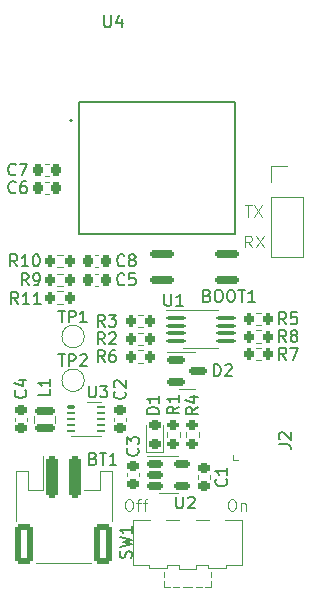
<source format=gto>
%TF.GenerationSoftware,KiCad,Pcbnew,(6.0.1)*%
%TF.CreationDate,2022-03-11T00:25:21+11:00*%
%TF.ProjectId,WiFiTracingTag,57694669-5472-4616-9369-6e675461672e,rev?*%
%TF.SameCoordinates,PX66ff300PY791ddc0*%
%TF.FileFunction,Legend,Top*%
%TF.FilePolarity,Positive*%
%FSLAX46Y46*%
G04 Gerber Fmt 4.6, Leading zero omitted, Abs format (unit mm)*
G04 Created by KiCad (PCBNEW (6.0.1)) date 2022-03-11 00:25:21*
%MOMM*%
%LPD*%
G01*
G04 APERTURE LIST*
G04 Aperture macros list*
%AMRoundRect*
0 Rectangle with rounded corners*
0 $1 Rounding radius*
0 $2 $3 $4 $5 $6 $7 $8 $9 X,Y pos of 4 corners*
0 Add a 4 corners polygon primitive as box body*
4,1,4,$2,$3,$4,$5,$6,$7,$8,$9,$2,$3,0*
0 Add four circle primitives for the rounded corners*
1,1,$1+$1,$2,$3*
1,1,$1+$1,$4,$5*
1,1,$1+$1,$6,$7*
1,1,$1+$1,$8,$9*
0 Add four rect primitives between the rounded corners*
20,1,$1+$1,$2,$3,$4,$5,0*
20,1,$1+$1,$4,$5,$6,$7,0*
20,1,$1+$1,$6,$7,$8,$9,0*
20,1,$1+$1,$8,$9,$2,$3,0*%
G04 Aperture macros list end*
%ADD10C,0.100000*%
%ADD11C,0.150000*%
%ADD12C,0.127000*%
%ADD13C,0.200000*%
%ADD14C,0.120000*%
%ADD15C,0.010000*%
%ADD16R,0.800000X0.400000*%
%ADD17R,0.400000X0.800000*%
%ADD18R,1.450000X1.450000*%
%ADD19R,0.700000X0.700000*%
%ADD20RoundRect,0.200000X-0.200000X-0.275000X0.200000X-0.275000X0.200000X0.275000X-0.200000X0.275000X0*%
%ADD21RoundRect,0.225000X0.250000X-0.225000X0.250000X0.225000X-0.250000X0.225000X-0.250000X-0.225000X0*%
%ADD22RoundRect,0.225000X0.225000X0.250000X-0.225000X0.250000X-0.225000X-0.250000X0.225000X-0.250000X0*%
%ADD23C,1.500000*%
%ADD24C,0.800000*%
%ADD25R,1.750000X0.400000*%
%ADD26O,1.900000X1.250000*%
%ADD27O,1.400000X1.250000*%
%ADD28RoundRect,0.175000X-0.675000X0.175000X-0.675000X-0.175000X0.675000X-0.175000X0.675000X0.175000X0*%
%ADD29RoundRect,0.150000X-0.512500X-0.150000X0.512500X-0.150000X0.512500X0.150000X-0.512500X0.150000X0*%
%ADD30RoundRect,0.150000X-0.587500X-0.150000X0.587500X-0.150000X0.587500X0.150000X-0.587500X0.150000X0*%
%ADD31RoundRect,0.200000X0.200000X0.275000X-0.200000X0.275000X-0.200000X-0.275000X0.200000X-0.275000X0*%
%ADD32RoundRect,0.225000X-0.225000X-0.250000X0.225000X-0.250000X0.225000X0.250000X-0.225000X0.250000X0*%
%ADD33C,0.900000*%
%ADD34R,1.200000X1.500000*%
%ADD35R,1.250000X1.700000*%
%ADD36R,1.250000X1.500000*%
%ADD37R,1.250000X1.525000*%
%ADD38R,1.225000X1.725000*%
%ADD39R,1.700000X1.700000*%
%ADD40O,1.700000X1.700000*%
%ADD41RoundRect,0.100000X-0.712500X-0.100000X0.712500X-0.100000X0.712500X0.100000X-0.712500X0.100000X0*%
%ADD42RoundRect,0.225000X-0.250000X0.225000X-0.250000X-0.225000X0.250000X-0.225000X0.250000X0.225000X0*%
%ADD43C,2.200000*%
%ADD44RoundRect,0.218750X0.256250X-0.218750X0.256250X0.218750X-0.256250X0.218750X-0.256250X-0.218750X0*%
%ADD45RoundRect,0.200000X0.275000X-0.200000X0.275000X0.200000X-0.275000X0.200000X-0.275000X-0.200000X0*%
%ADD46RoundRect,0.175000X-0.825000X-0.175000X0.825000X-0.175000X0.825000X0.175000X-0.825000X0.175000X0*%
%ADD47RoundRect,0.200000X-0.275000X0.200000X-0.275000X-0.200000X0.275000X-0.200000X0.275000X0.200000X0*%
%ADD48RoundRect,0.250000X-0.250000X-1.500000X0.250000X-1.500000X0.250000X1.500000X-0.250000X1.500000X0*%
%ADD49RoundRect,0.250001X-0.499999X-1.449999X0.499999X-1.449999X0.499999X1.449999X-0.499999X1.449999X0*%
%ADD50RoundRect,0.075000X-0.225000X0.075000X-0.225000X-0.075000X0.225000X-0.075000X0.225000X0.075000X0*%
%ADD51RoundRect,0.050000X-0.250000X0.050000X-0.250000X-0.050000X0.250000X-0.050000X0.250000X0.050000X0*%
%ADD52R,1.500000X2.300000*%
G04 APERTURE END LIST*
D10*
X21033333Y27547620D02*
X20700000Y28023810D01*
X20461904Y27547620D02*
X20461904Y28547620D01*
X20842857Y28547620D01*
X20938095Y28500000D01*
X20985714Y28452381D01*
X21033333Y28357143D01*
X21033333Y28214286D01*
X20985714Y28119048D01*
X20938095Y28071429D01*
X20842857Y28023810D01*
X20461904Y28023810D01*
X21366666Y28547620D02*
X22033333Y27547620D01*
X22033333Y28547620D02*
X21366666Y27547620D01*
X10533333Y6247620D02*
X10723809Y6247620D01*
X10819047Y6200000D01*
X10914285Y6104762D01*
X10961904Y5914286D01*
X10961904Y5580953D01*
X10914285Y5390477D01*
X10819047Y5295239D01*
X10723809Y5247620D01*
X10533333Y5247620D01*
X10438095Y5295239D01*
X10342857Y5390477D01*
X10295238Y5580953D01*
X10295238Y5914286D01*
X10342857Y6104762D01*
X10438095Y6200000D01*
X10533333Y6247620D01*
X11247619Y5914286D02*
X11628571Y5914286D01*
X11390476Y5247620D02*
X11390476Y6104762D01*
X11438095Y6200000D01*
X11533333Y6247620D01*
X11628571Y6247620D01*
X11819047Y5914286D02*
X12200000Y5914286D01*
X11961904Y5247620D02*
X11961904Y6104762D01*
X12009523Y6200000D01*
X12104761Y6247620D01*
X12200000Y6247620D01*
X20438095Y31147620D02*
X21009523Y31147620D01*
X20723809Y30147620D02*
X20723809Y31147620D01*
X21247619Y31147620D02*
X21914285Y30147620D01*
X21914285Y31147620D02*
X21247619Y30147620D01*
X19252380Y6247620D02*
X19442857Y6247620D01*
X19538095Y6200000D01*
X19633333Y6104762D01*
X19680952Y5914286D01*
X19680952Y5580953D01*
X19633333Y5390477D01*
X19538095Y5295239D01*
X19442857Y5247620D01*
X19252380Y5247620D01*
X19157142Y5295239D01*
X19061904Y5390477D01*
X19014285Y5580953D01*
X19014285Y5914286D01*
X19061904Y6104762D01*
X19157142Y6200000D01*
X19252380Y6247620D01*
X20109523Y5914286D02*
X20109523Y5247620D01*
X20109523Y5819048D02*
X20157142Y5866667D01*
X20252380Y5914286D01*
X20395238Y5914286D01*
X20490476Y5866667D01*
X20538095Y5771429D01*
X20538095Y5247620D01*
D11*
%TO.C,U4*%
X8538095Y47182620D02*
X8538095Y46373096D01*
X8585714Y46277858D01*
X8633333Y46230239D01*
X8728571Y46182620D01*
X8919047Y46182620D01*
X9014285Y46230239D01*
X9061904Y46277858D01*
X9109523Y46373096D01*
X9109523Y47182620D01*
X10014285Y46849286D02*
X10014285Y46182620D01*
X9776190Y47230239D02*
X9538095Y46515953D01*
X10157142Y46515953D01*
%TO.C,R2*%
X8573333Y19347620D02*
X8240000Y19823810D01*
X8001904Y19347620D02*
X8001904Y20347620D01*
X8382857Y20347620D01*
X8478095Y20300000D01*
X8525714Y20252381D01*
X8573333Y20157143D01*
X8573333Y20014286D01*
X8525714Y19919048D01*
X8478095Y19871429D01*
X8382857Y19823810D01*
X8001904Y19823810D01*
X8954285Y20252381D02*
X9001904Y20300000D01*
X9097142Y20347620D01*
X9335238Y20347620D01*
X9430476Y20300000D01*
X9478095Y20252381D01*
X9525714Y20157143D01*
X9525714Y20061905D01*
X9478095Y19919048D01*
X8906666Y19347620D01*
X9525714Y19347620D01*
%TO.C,C3*%
X11357142Y10533334D02*
X11404761Y10485715D01*
X11452380Y10342858D01*
X11452380Y10247620D01*
X11404761Y10104762D01*
X11309523Y10009524D01*
X11214285Y9961905D01*
X11023809Y9914286D01*
X10880952Y9914286D01*
X10690476Y9961905D01*
X10595238Y10009524D01*
X10500000Y10104762D01*
X10452380Y10247620D01*
X10452380Y10342858D01*
X10500000Y10485715D01*
X10547619Y10533334D01*
X10452380Y10866667D02*
X10452380Y11485715D01*
X10833333Y11152381D01*
X10833333Y11295239D01*
X10880952Y11390477D01*
X10928571Y11438096D01*
X11023809Y11485715D01*
X11261904Y11485715D01*
X11357142Y11438096D01*
X11404761Y11390477D01*
X11452380Y11295239D01*
X11452380Y11009524D01*
X11404761Y10914286D01*
X11357142Y10866667D01*
%TO.C,C6*%
X1033333Y32242858D02*
X985714Y32195239D01*
X842857Y32147620D01*
X747619Y32147620D01*
X604761Y32195239D01*
X509523Y32290477D01*
X461904Y32385715D01*
X414285Y32576191D01*
X414285Y32719048D01*
X461904Y32909524D01*
X509523Y33004762D01*
X604761Y33100000D01*
X747619Y33147620D01*
X842857Y33147620D01*
X985714Y33100000D01*
X1033333Y33052381D01*
X1890476Y33147620D02*
X1700000Y33147620D01*
X1604761Y33100000D01*
X1557142Y33052381D01*
X1461904Y32909524D01*
X1414285Y32719048D01*
X1414285Y32338096D01*
X1461904Y32242858D01*
X1509523Y32195239D01*
X1604761Y32147620D01*
X1795238Y32147620D01*
X1890476Y32195239D01*
X1938095Y32242858D01*
X1985714Y32338096D01*
X1985714Y32576191D01*
X1938095Y32671429D01*
X1890476Y32719048D01*
X1795238Y32766667D01*
X1604761Y32766667D01*
X1509523Y32719048D01*
X1461904Y32671429D01*
X1414285Y32576191D01*
%TO.C,TP1*%
X4638095Y22195620D02*
X5209523Y22195620D01*
X4923809Y21195620D02*
X4923809Y22195620D01*
X5542857Y21195620D02*
X5542857Y22195620D01*
X5923809Y22195620D01*
X6019047Y22148000D01*
X6066666Y22100381D01*
X6114285Y22005143D01*
X6114285Y21862286D01*
X6066666Y21767048D01*
X6019047Y21719429D01*
X5923809Y21671810D01*
X5542857Y21671810D01*
X7066666Y21195620D02*
X6495238Y21195620D01*
X6780952Y21195620D02*
X6780952Y22195620D01*
X6685714Y22052762D01*
X6590476Y21957524D01*
X6495238Y21909905D01*
%TO.C,J2*%
X23319880Y10891667D02*
X24034166Y10891667D01*
X24177023Y10844048D01*
X24272261Y10748810D01*
X24319880Y10605953D01*
X24319880Y10510715D01*
X23415119Y11320239D02*
X23367500Y11367858D01*
X23319880Y11463096D01*
X23319880Y11701191D01*
X23367500Y11796429D01*
X23415119Y11844048D01*
X23510357Y11891667D01*
X23605595Y11891667D01*
X23748452Y11844048D01*
X24319880Y11272620D01*
X24319880Y11891667D01*
%TO.C,C1*%
X18857142Y7933334D02*
X18904761Y7885715D01*
X18952380Y7742858D01*
X18952380Y7647620D01*
X18904761Y7504762D01*
X18809523Y7409524D01*
X18714285Y7361905D01*
X18523809Y7314286D01*
X18380952Y7314286D01*
X18190476Y7361905D01*
X18095238Y7409524D01*
X18000000Y7504762D01*
X17952380Y7647620D01*
X17952380Y7742858D01*
X18000000Y7885715D01*
X18047619Y7933334D01*
X18952380Y8885715D02*
X18952380Y8314286D01*
X18952380Y8600000D02*
X17952380Y8600000D01*
X18095238Y8504762D01*
X18190476Y8409524D01*
X18238095Y8314286D01*
%TO.C,L1*%
X3952380Y15533334D02*
X3952380Y15057143D01*
X2952380Y15057143D01*
X3952380Y16390477D02*
X3952380Y15819048D01*
X3952380Y16104762D02*
X2952380Y16104762D01*
X3095238Y16009524D01*
X3190476Y15914286D01*
X3238095Y15819048D01*
%TO.C,U2*%
X14638095Y6447620D02*
X14638095Y5638096D01*
X14685714Y5542858D01*
X14733333Y5495239D01*
X14828571Y5447620D01*
X15019047Y5447620D01*
X15114285Y5495239D01*
X15161904Y5542858D01*
X15209523Y5638096D01*
X15209523Y6447620D01*
X15638095Y6352381D02*
X15685714Y6400000D01*
X15780952Y6447620D01*
X16019047Y6447620D01*
X16114285Y6400000D01*
X16161904Y6352381D01*
X16209523Y6257143D01*
X16209523Y6161905D01*
X16161904Y6019048D01*
X15590476Y5447620D01*
X16209523Y5447620D01*
%TO.C,D2*%
X17821904Y16647620D02*
X17821904Y17647620D01*
X18060000Y17647620D01*
X18202857Y17600000D01*
X18298095Y17504762D01*
X18345714Y17409524D01*
X18393333Y17219048D01*
X18393333Y17076191D01*
X18345714Y16885715D01*
X18298095Y16790477D01*
X18202857Y16695239D01*
X18060000Y16647620D01*
X17821904Y16647620D01*
X18774285Y17552381D02*
X18821904Y17600000D01*
X18917142Y17647620D01*
X19155238Y17647620D01*
X19250476Y17600000D01*
X19298095Y17552381D01*
X19345714Y17457143D01*
X19345714Y17361905D01*
X19298095Y17219048D01*
X18726666Y16647620D01*
X19345714Y16647620D01*
%TO.C,R6*%
X8573333Y17847620D02*
X8240000Y18323810D01*
X8001904Y17847620D02*
X8001904Y18847620D01*
X8382857Y18847620D01*
X8478095Y18800000D01*
X8525714Y18752381D01*
X8573333Y18657143D01*
X8573333Y18514286D01*
X8525714Y18419048D01*
X8478095Y18371429D01*
X8382857Y18323810D01*
X8001904Y18323810D01*
X9430476Y18847620D02*
X9240000Y18847620D01*
X9144761Y18800000D01*
X9097142Y18752381D01*
X9001904Y18609524D01*
X8954285Y18419048D01*
X8954285Y18038096D01*
X9001904Y17942858D01*
X9049523Y17895239D01*
X9144761Y17847620D01*
X9335238Y17847620D01*
X9430476Y17895239D01*
X9478095Y17942858D01*
X9525714Y18038096D01*
X9525714Y18276191D01*
X9478095Y18371429D01*
X9430476Y18419048D01*
X9335238Y18466667D01*
X9144761Y18466667D01*
X9049523Y18419048D01*
X9001904Y18371429D01*
X8954285Y18276191D01*
%TO.C,C5*%
X10233333Y24442858D02*
X10185714Y24395239D01*
X10042857Y24347620D01*
X9947619Y24347620D01*
X9804761Y24395239D01*
X9709523Y24490477D01*
X9661904Y24585715D01*
X9614285Y24776191D01*
X9614285Y24919048D01*
X9661904Y25109524D01*
X9709523Y25204762D01*
X9804761Y25300000D01*
X9947619Y25347620D01*
X10042857Y25347620D01*
X10185714Y25300000D01*
X10233333Y25252381D01*
X11138095Y25347620D02*
X10661904Y25347620D01*
X10614285Y24871429D01*
X10661904Y24919048D01*
X10757142Y24966667D01*
X10995238Y24966667D01*
X11090476Y24919048D01*
X11138095Y24871429D01*
X11185714Y24776191D01*
X11185714Y24538096D01*
X11138095Y24442858D01*
X11090476Y24395239D01*
X10995238Y24347620D01*
X10757142Y24347620D01*
X10661904Y24395239D01*
X10614285Y24442858D01*
%TO.C,SW1*%
X10804761Y1266667D02*
X10852380Y1409524D01*
X10852380Y1647620D01*
X10804761Y1742858D01*
X10757142Y1790477D01*
X10661904Y1838096D01*
X10566666Y1838096D01*
X10471428Y1790477D01*
X10423809Y1742858D01*
X10376190Y1647620D01*
X10328571Y1457143D01*
X10280952Y1361905D01*
X10233333Y1314286D01*
X10138095Y1266667D01*
X10042857Y1266667D01*
X9947619Y1314286D01*
X9900000Y1361905D01*
X9852380Y1457143D01*
X9852380Y1695239D01*
X9900000Y1838096D01*
X9852380Y2171429D02*
X10852380Y2409524D01*
X10138095Y2600000D01*
X10852380Y2790477D01*
X9852380Y3028572D01*
X10852380Y3933334D02*
X10852380Y3361905D01*
X10852380Y3647620D02*
X9852380Y3647620D01*
X9995238Y3552381D01*
X10090476Y3457143D01*
X10138095Y3361905D01*
%TO.C,R9*%
X2133333Y24347620D02*
X1800000Y24823810D01*
X1561904Y24347620D02*
X1561904Y25347620D01*
X1942857Y25347620D01*
X2038095Y25300000D01*
X2085714Y25252381D01*
X2133333Y25157143D01*
X2133333Y25014286D01*
X2085714Y24919048D01*
X2038095Y24871429D01*
X1942857Y24823810D01*
X1561904Y24823810D01*
X2609523Y24347620D02*
X2800000Y24347620D01*
X2895238Y24395239D01*
X2942857Y24442858D01*
X3038095Y24585715D01*
X3085714Y24776191D01*
X3085714Y25157143D01*
X3038095Y25252381D01*
X2990476Y25300000D01*
X2895238Y25347620D01*
X2704761Y25347620D01*
X2609523Y25300000D01*
X2561904Y25252381D01*
X2514285Y25157143D01*
X2514285Y24919048D01*
X2561904Y24823810D01*
X2609523Y24776191D01*
X2704761Y24728572D01*
X2895238Y24728572D01*
X2990476Y24776191D01*
X3038095Y24823810D01*
X3085714Y24919048D01*
%TO.C,U1*%
X13638095Y23597620D02*
X13638095Y22788096D01*
X13685714Y22692858D01*
X13733333Y22645239D01*
X13828571Y22597620D01*
X14019047Y22597620D01*
X14114285Y22645239D01*
X14161904Y22692858D01*
X14209523Y22788096D01*
X14209523Y23597620D01*
X15209523Y22597620D02*
X14638095Y22597620D01*
X14923809Y22597620D02*
X14923809Y23597620D01*
X14828571Y23454762D01*
X14733333Y23359524D01*
X14638095Y23311905D01*
%TO.C,C4*%
X1857142Y15433334D02*
X1904761Y15385715D01*
X1952380Y15242858D01*
X1952380Y15147620D01*
X1904761Y15004762D01*
X1809523Y14909524D01*
X1714285Y14861905D01*
X1523809Y14814286D01*
X1380952Y14814286D01*
X1190476Y14861905D01*
X1095238Y14909524D01*
X1000000Y15004762D01*
X952380Y15147620D01*
X952380Y15242858D01*
X1000000Y15385715D01*
X1047619Y15433334D01*
X1285714Y16290477D02*
X1952380Y16290477D01*
X904761Y16052381D02*
X1619047Y15814286D01*
X1619047Y16433334D01*
%TO.C,R11*%
X1257142Y22747620D02*
X923809Y23223810D01*
X685714Y22747620D02*
X685714Y23747620D01*
X1066666Y23747620D01*
X1161904Y23700000D01*
X1209523Y23652381D01*
X1257142Y23557143D01*
X1257142Y23414286D01*
X1209523Y23319048D01*
X1161904Y23271429D01*
X1066666Y23223810D01*
X685714Y23223810D01*
X2209523Y22747620D02*
X1638095Y22747620D01*
X1923809Y22747620D02*
X1923809Y23747620D01*
X1828571Y23604762D01*
X1733333Y23509524D01*
X1638095Y23461905D01*
X3161904Y22747620D02*
X2590476Y22747620D01*
X2876190Y22747620D02*
X2876190Y23747620D01*
X2780952Y23604762D01*
X2685714Y23509524D01*
X2590476Y23461905D01*
%TO.C,C8*%
X10233333Y26042858D02*
X10185714Y25995239D01*
X10042857Y25947620D01*
X9947619Y25947620D01*
X9804761Y25995239D01*
X9709523Y26090477D01*
X9661904Y26185715D01*
X9614285Y26376191D01*
X9614285Y26519048D01*
X9661904Y26709524D01*
X9709523Y26804762D01*
X9804761Y26900000D01*
X9947619Y26947620D01*
X10042857Y26947620D01*
X10185714Y26900000D01*
X10233333Y26852381D01*
X10804761Y26519048D02*
X10709523Y26566667D01*
X10661904Y26614286D01*
X10614285Y26709524D01*
X10614285Y26757143D01*
X10661904Y26852381D01*
X10709523Y26900000D01*
X10804761Y26947620D01*
X10995238Y26947620D01*
X11090476Y26900000D01*
X11138095Y26852381D01*
X11185714Y26757143D01*
X11185714Y26709524D01*
X11138095Y26614286D01*
X11090476Y26566667D01*
X10995238Y26519048D01*
X10804761Y26519048D01*
X10709523Y26471429D01*
X10661904Y26423810D01*
X10614285Y26328572D01*
X10614285Y26138096D01*
X10661904Y26042858D01*
X10709523Y25995239D01*
X10804761Y25947620D01*
X10995238Y25947620D01*
X11090476Y25995239D01*
X11138095Y26042858D01*
X11185714Y26138096D01*
X11185714Y26328572D01*
X11138095Y26423810D01*
X11090476Y26471429D01*
X10995238Y26519048D01*
%TO.C,R5*%
X23933333Y21047620D02*
X23600000Y21523810D01*
X23361904Y21047620D02*
X23361904Y22047620D01*
X23742857Y22047620D01*
X23838095Y22000000D01*
X23885714Y21952381D01*
X23933333Y21857143D01*
X23933333Y21714286D01*
X23885714Y21619048D01*
X23838095Y21571429D01*
X23742857Y21523810D01*
X23361904Y21523810D01*
X24838095Y22047620D02*
X24361904Y22047620D01*
X24314285Y21571429D01*
X24361904Y21619048D01*
X24457142Y21666667D01*
X24695238Y21666667D01*
X24790476Y21619048D01*
X24838095Y21571429D01*
X24885714Y21476191D01*
X24885714Y21238096D01*
X24838095Y21142858D01*
X24790476Y21095239D01*
X24695238Y21047620D01*
X24457142Y21047620D01*
X24361904Y21095239D01*
X24314285Y21142858D01*
%TO.C,D1*%
X13152380Y13461905D02*
X12152380Y13461905D01*
X12152380Y13700000D01*
X12200000Y13842858D01*
X12295238Y13938096D01*
X12390476Y13985715D01*
X12580952Y14033334D01*
X12723809Y14033334D01*
X12914285Y13985715D01*
X13009523Y13938096D01*
X13104761Y13842858D01*
X13152380Y13700000D01*
X13152380Y13461905D01*
X13152380Y14985715D02*
X13152380Y14414286D01*
X13152380Y14700000D02*
X12152380Y14700000D01*
X12295238Y14604762D01*
X12390476Y14509524D01*
X12438095Y14414286D01*
%TO.C,R4*%
X16452380Y14033334D02*
X15976190Y13700000D01*
X16452380Y13461905D02*
X15452380Y13461905D01*
X15452380Y13842858D01*
X15500000Y13938096D01*
X15547619Y13985715D01*
X15642857Y14033334D01*
X15785714Y14033334D01*
X15880952Y13985715D01*
X15928571Y13938096D01*
X15976190Y13842858D01*
X15976190Y13461905D01*
X15785714Y14890477D02*
X16452380Y14890477D01*
X15404761Y14652381D02*
X16119047Y14414286D01*
X16119047Y15033334D01*
%TO.C,BOOT1*%
X17266666Y23471429D02*
X17409523Y23423810D01*
X17457142Y23376191D01*
X17504761Y23280953D01*
X17504761Y23138096D01*
X17457142Y23042858D01*
X17409523Y22995239D01*
X17314285Y22947620D01*
X16933333Y22947620D01*
X16933333Y23947620D01*
X17266666Y23947620D01*
X17361904Y23900000D01*
X17409523Y23852381D01*
X17457142Y23757143D01*
X17457142Y23661905D01*
X17409523Y23566667D01*
X17361904Y23519048D01*
X17266666Y23471429D01*
X16933333Y23471429D01*
X18123809Y23947620D02*
X18314285Y23947620D01*
X18409523Y23900000D01*
X18504761Y23804762D01*
X18552380Y23614286D01*
X18552380Y23280953D01*
X18504761Y23090477D01*
X18409523Y22995239D01*
X18314285Y22947620D01*
X18123809Y22947620D01*
X18028571Y22995239D01*
X17933333Y23090477D01*
X17885714Y23280953D01*
X17885714Y23614286D01*
X17933333Y23804762D01*
X18028571Y23900000D01*
X18123809Y23947620D01*
X19171428Y23947620D02*
X19361904Y23947620D01*
X19457142Y23900000D01*
X19552380Y23804762D01*
X19600000Y23614286D01*
X19600000Y23280953D01*
X19552380Y23090477D01*
X19457142Y22995239D01*
X19361904Y22947620D01*
X19171428Y22947620D01*
X19076190Y22995239D01*
X18980952Y23090477D01*
X18933333Y23280953D01*
X18933333Y23614286D01*
X18980952Y23804762D01*
X19076190Y23900000D01*
X19171428Y23947620D01*
X19885714Y23947620D02*
X20457142Y23947620D01*
X20171428Y22947620D02*
X20171428Y23947620D01*
X21314285Y22947620D02*
X20742857Y22947620D01*
X21028571Y22947620D02*
X21028571Y23947620D01*
X20933333Y23804762D01*
X20838095Y23709524D01*
X20742857Y23661905D01*
%TO.C,R1*%
X14852380Y14073334D02*
X14376190Y13740000D01*
X14852380Y13501905D02*
X13852380Y13501905D01*
X13852380Y13882858D01*
X13900000Y13978096D01*
X13947619Y14025715D01*
X14042857Y14073334D01*
X14185714Y14073334D01*
X14280952Y14025715D01*
X14328571Y13978096D01*
X14376190Y13882858D01*
X14376190Y13501905D01*
X14852380Y15025715D02*
X14852380Y14454286D01*
X14852380Y14740000D02*
X13852380Y14740000D01*
X13995238Y14644762D01*
X14090476Y14549524D01*
X14138095Y14454286D01*
%TO.C,R7*%
X23933333Y18047620D02*
X23600000Y18523810D01*
X23361904Y18047620D02*
X23361904Y19047620D01*
X23742857Y19047620D01*
X23838095Y19000000D01*
X23885714Y18952381D01*
X23933333Y18857143D01*
X23933333Y18714286D01*
X23885714Y18619048D01*
X23838095Y18571429D01*
X23742857Y18523810D01*
X23361904Y18523810D01*
X24266666Y19047620D02*
X24933333Y19047620D01*
X24504761Y18047620D01*
%TO.C,C2*%
X10257142Y15333334D02*
X10304761Y15285715D01*
X10352380Y15142858D01*
X10352380Y15047620D01*
X10304761Y14904762D01*
X10209523Y14809524D01*
X10114285Y14761905D01*
X9923809Y14714286D01*
X9780952Y14714286D01*
X9590476Y14761905D01*
X9495238Y14809524D01*
X9400000Y14904762D01*
X9352380Y15047620D01*
X9352380Y15142858D01*
X9400000Y15285715D01*
X9447619Y15333334D01*
X9447619Y15714286D02*
X9400000Y15761905D01*
X9352380Y15857143D01*
X9352380Y16095239D01*
X9400000Y16190477D01*
X9447619Y16238096D01*
X9542857Y16285715D01*
X9638095Y16285715D01*
X9780952Y16238096D01*
X10352380Y15666667D01*
X10352380Y16285715D01*
%TO.C,R10*%
X1157142Y25947620D02*
X823809Y26423810D01*
X585714Y25947620D02*
X585714Y26947620D01*
X966666Y26947620D01*
X1061904Y26900000D01*
X1109523Y26852381D01*
X1157142Y26757143D01*
X1157142Y26614286D01*
X1109523Y26519048D01*
X1061904Y26471429D01*
X966666Y26423810D01*
X585714Y26423810D01*
X2109523Y25947620D02*
X1538095Y25947620D01*
X1823809Y25947620D02*
X1823809Y26947620D01*
X1728571Y26804762D01*
X1633333Y26709524D01*
X1538095Y26661905D01*
X2728571Y26947620D02*
X2823809Y26947620D01*
X2919047Y26900000D01*
X2966666Y26852381D01*
X3014285Y26757143D01*
X3061904Y26566667D01*
X3061904Y26328572D01*
X3014285Y26138096D01*
X2966666Y26042858D01*
X2919047Y25995239D01*
X2823809Y25947620D01*
X2728571Y25947620D01*
X2633333Y25995239D01*
X2585714Y26042858D01*
X2538095Y26138096D01*
X2490476Y26328572D01*
X2490476Y26566667D01*
X2538095Y26757143D01*
X2585714Y26852381D01*
X2633333Y26900000D01*
X2728571Y26947620D01*
%TO.C,BT1*%
X7614285Y9671429D02*
X7757142Y9623810D01*
X7804761Y9576191D01*
X7852380Y9480953D01*
X7852380Y9338096D01*
X7804761Y9242858D01*
X7757142Y9195239D01*
X7661904Y9147620D01*
X7280952Y9147620D01*
X7280952Y10147620D01*
X7614285Y10147620D01*
X7709523Y10100000D01*
X7757142Y10052381D01*
X7804761Y9957143D01*
X7804761Y9861905D01*
X7757142Y9766667D01*
X7709523Y9719048D01*
X7614285Y9671429D01*
X7280952Y9671429D01*
X8138095Y10147620D02*
X8709523Y10147620D01*
X8423809Y9147620D02*
X8423809Y10147620D01*
X9566666Y9147620D02*
X8995238Y9147620D01*
X9280952Y9147620D02*
X9280952Y10147620D01*
X9185714Y10004762D01*
X9090476Y9909524D01*
X8995238Y9861905D01*
%TO.C,U3*%
X7238095Y15847620D02*
X7238095Y15038096D01*
X7285714Y14942858D01*
X7333333Y14895239D01*
X7428571Y14847620D01*
X7619047Y14847620D01*
X7714285Y14895239D01*
X7761904Y14942858D01*
X7809523Y15038096D01*
X7809523Y15847620D01*
X8190476Y15847620D02*
X8809523Y15847620D01*
X8476190Y15466667D01*
X8619047Y15466667D01*
X8714285Y15419048D01*
X8761904Y15371429D01*
X8809523Y15276191D01*
X8809523Y15038096D01*
X8761904Y14942858D01*
X8714285Y14895239D01*
X8619047Y14847620D01*
X8333333Y14847620D01*
X8238095Y14895239D01*
X8190476Y14942858D01*
%TO.C,R8*%
X23933333Y19547620D02*
X23600000Y20023810D01*
X23361904Y19547620D02*
X23361904Y20547620D01*
X23742857Y20547620D01*
X23838095Y20500000D01*
X23885714Y20452381D01*
X23933333Y20357143D01*
X23933333Y20214286D01*
X23885714Y20119048D01*
X23838095Y20071429D01*
X23742857Y20023810D01*
X23361904Y20023810D01*
X24504761Y20119048D02*
X24409523Y20166667D01*
X24361904Y20214286D01*
X24314285Y20309524D01*
X24314285Y20357143D01*
X24361904Y20452381D01*
X24409523Y20500000D01*
X24504761Y20547620D01*
X24695238Y20547620D01*
X24790476Y20500000D01*
X24838095Y20452381D01*
X24885714Y20357143D01*
X24885714Y20309524D01*
X24838095Y20214286D01*
X24790476Y20166667D01*
X24695238Y20119048D01*
X24504761Y20119048D01*
X24409523Y20071429D01*
X24361904Y20023810D01*
X24314285Y19928572D01*
X24314285Y19738096D01*
X24361904Y19642858D01*
X24409523Y19595239D01*
X24504761Y19547620D01*
X24695238Y19547620D01*
X24790476Y19595239D01*
X24838095Y19642858D01*
X24885714Y19738096D01*
X24885714Y19928572D01*
X24838095Y20023810D01*
X24790476Y20071429D01*
X24695238Y20119048D01*
%TO.C,R3*%
X8573333Y20847620D02*
X8240000Y21323810D01*
X8001904Y20847620D02*
X8001904Y21847620D01*
X8382857Y21847620D01*
X8478095Y21800000D01*
X8525714Y21752381D01*
X8573333Y21657143D01*
X8573333Y21514286D01*
X8525714Y21419048D01*
X8478095Y21371429D01*
X8382857Y21323810D01*
X8001904Y21323810D01*
X8906666Y21847620D02*
X9525714Y21847620D01*
X9192380Y21466667D01*
X9335238Y21466667D01*
X9430476Y21419048D01*
X9478095Y21371429D01*
X9525714Y21276191D01*
X9525714Y21038096D01*
X9478095Y20942858D01*
X9430476Y20895239D01*
X9335238Y20847620D01*
X9049523Y20847620D01*
X8954285Y20895239D01*
X8906666Y20942858D01*
%TO.C,C7*%
X1033333Y33742858D02*
X985714Y33695239D01*
X842857Y33647620D01*
X747619Y33647620D01*
X604761Y33695239D01*
X509523Y33790477D01*
X461904Y33885715D01*
X414285Y34076191D01*
X414285Y34219048D01*
X461904Y34409524D01*
X509523Y34504762D01*
X604761Y34600000D01*
X747619Y34647620D01*
X842857Y34647620D01*
X985714Y34600000D01*
X1033333Y34552381D01*
X1366666Y34647620D02*
X2033333Y34647620D01*
X1604761Y33647620D01*
%TO.C,TP2*%
X4638095Y18495620D02*
X5209523Y18495620D01*
X4923809Y17495620D02*
X4923809Y18495620D01*
X5542857Y17495620D02*
X5542857Y18495620D01*
X5923809Y18495620D01*
X6019047Y18448000D01*
X6066666Y18400381D01*
X6114285Y18305143D01*
X6114285Y18162286D01*
X6066666Y18067048D01*
X6019047Y18019429D01*
X5923809Y17971810D01*
X5542857Y17971810D01*
X6495238Y18400381D02*
X6542857Y18448000D01*
X6638095Y18495620D01*
X6876190Y18495620D01*
X6971428Y18448000D01*
X7019047Y18400381D01*
X7066666Y18305143D01*
X7066666Y18209905D01*
X7019047Y18067048D01*
X6447619Y17495620D01*
X7066666Y17495620D01*
D12*
%TO.C,U4*%
X6375000Y28700000D02*
X19575000Y28700000D01*
X6375000Y28700000D02*
X6375000Y39900000D01*
X19575000Y39900000D02*
X19575000Y28700000D01*
X6375000Y39900000D02*
X19575000Y39900000D01*
D13*
X5825000Y38300000D02*
G75*
G03*
X5825000Y38300000I-100000J0D01*
G01*
D14*
%TO.C,R2*%
X11362742Y19277500D02*
X11837258Y19277500D01*
X11362742Y20322500D02*
X11837258Y20322500D01*
%TO.C,C3*%
X11510000Y8159420D02*
X11510000Y8440580D01*
X10490000Y8159420D02*
X10490000Y8440580D01*
%TO.C,C6*%
X3840580Y33110000D02*
X3559420Y33110000D01*
X3840580Y32090000D02*
X3559420Y32090000D01*
%TO.C,TP1*%
X6850000Y20000000D02*
G75*
G03*
X6850000Y20000000I-950000J0D01*
G01*
%TO.C,J2*%
X19892500Y9525000D02*
X19442500Y9525000D01*
X19442500Y9975000D02*
X19442500Y9525000D01*
%TO.C,C1*%
X17510000Y7959420D02*
X17510000Y8240580D01*
X16490000Y7959420D02*
X16490000Y8240580D01*
%TO.C,L1*%
X2600000Y13300000D02*
X2600000Y12700000D01*
X4400000Y13300000D02*
X4400000Y12700000D01*
%TO.C,U2*%
X14000000Y6740000D02*
X13200000Y6740000D01*
X14000000Y9860000D02*
X12200000Y9860000D01*
X14000000Y6740000D02*
X14800000Y6740000D01*
X14000000Y9860000D02*
X14800000Y9860000D01*
%TO.C,D2*%
X15560000Y18660000D02*
X13885000Y18660000D01*
X15560000Y15540000D02*
X16210000Y15540000D01*
X15560000Y15540000D02*
X14910000Y15540000D01*
X15560000Y18660000D02*
X16210000Y18660000D01*
%TO.C,R6*%
X11837258Y17777500D02*
X11362742Y17777500D01*
X11837258Y18822500D02*
X11362742Y18822500D01*
%TO.C,C5*%
X7759420Y25310000D02*
X8040580Y25310000D01*
X7759420Y24290000D02*
X8040580Y24290000D01*
%TO.C,SW1*%
X17100000Y-1200000D02*
X17100000Y-1200000D01*
X17600000Y-1200000D02*
X17100000Y-1200000D01*
X13600000Y-1200000D02*
X14100000Y-1200000D01*
X16300000Y300000D02*
X14850000Y300000D01*
X14900000Y4500000D02*
X13800000Y4500000D01*
X17600000Y-1200000D02*
X17600000Y-700000D01*
X16000000Y-1200000D02*
X15200000Y-1200000D01*
X11000000Y700000D02*
X11000000Y700000D01*
X17600000Y-400000D02*
X17600000Y100000D01*
X17600000Y-700000D02*
X17600000Y-700000D01*
X15200000Y-1200000D02*
X15200000Y-1200000D01*
X13800000Y4500000D02*
X13800000Y4500000D01*
X20200000Y4500000D02*
X20200000Y700000D01*
X17400000Y4500000D02*
X16300000Y4500000D01*
X14850000Y700000D02*
X13850000Y700000D01*
X13600000Y-400000D02*
X13600000Y100000D01*
X14400000Y-1200000D02*
X14900000Y-1200000D01*
X14850000Y300000D02*
X14850000Y700000D01*
X17350000Y400000D02*
X17350000Y700000D01*
X11000000Y4500000D02*
X12400000Y4500000D01*
X12350000Y700000D02*
X11000000Y700000D01*
X13600000Y100000D02*
X13600000Y100000D01*
X17600000Y100000D02*
X17600000Y100000D01*
X16300000Y-1200000D02*
X16300000Y-1200000D01*
X17350000Y700000D02*
X16300000Y700000D01*
X14900000Y-1200000D02*
X14900000Y-1200000D01*
X16800000Y-1200000D02*
X16300000Y-1200000D01*
X13600000Y-700000D02*
X13600000Y-700000D01*
X13600000Y-1200000D02*
X13600000Y-700000D01*
X20200000Y700000D02*
X18850000Y700000D01*
X16300000Y700000D02*
X16300000Y300000D01*
X16300000Y4500000D02*
X16300000Y4500000D01*
X18800000Y4500000D02*
X20200000Y4500000D01*
X12350000Y400000D02*
X12350000Y700000D01*
X18850000Y400000D02*
X17350000Y400000D01*
X18850000Y700000D02*
X18850000Y400000D01*
X14100000Y-1200000D02*
X14100000Y-1200000D01*
X11000000Y700000D02*
X11000000Y4500000D01*
X13850000Y400000D02*
X12350000Y400000D01*
X13850000Y700000D02*
X13850000Y400000D01*
%TO.C,J1*%
X22670000Y34455000D02*
X24000000Y34455000D01*
X22670000Y33125000D02*
X22670000Y34455000D01*
X25330000Y31855000D02*
X25330000Y26715000D01*
X22670000Y31855000D02*
X25330000Y31855000D01*
X22670000Y31855000D02*
X22670000Y26715000D01*
X22670000Y26715000D02*
X25330000Y26715000D01*
%TO.C,R9*%
X4562742Y25322500D02*
X5037258Y25322500D01*
X4562742Y24277500D02*
X5037258Y24277500D01*
%TO.C,U1*%
X16700000Y18990000D02*
X15200000Y18990000D01*
X16700000Y22210000D02*
X18200000Y22210000D01*
X16700000Y18990000D02*
X18200000Y18990000D01*
X16700000Y22210000D02*
X13775000Y22210000D01*
%TO.C,C4*%
X990000Y13140580D02*
X990000Y12859420D01*
X2010000Y13140580D02*
X2010000Y12859420D01*
%TO.C,R11*%
X5037258Y23822500D02*
X4562742Y23822500D01*
X5037258Y22777500D02*
X4562742Y22777500D01*
%TO.C,C8*%
X7759420Y25890000D02*
X8040580Y25890000D01*
X7759420Y26910000D02*
X8040580Y26910000D01*
%TO.C,R5*%
X21362742Y22022500D02*
X21837258Y22022500D01*
X21362742Y20977500D02*
X21837258Y20977500D01*
%TO.C,D1*%
X12065000Y10215000D02*
X13535000Y10215000D01*
X12065000Y12500000D02*
X12065000Y10215000D01*
X13535000Y10215000D02*
X13535000Y12500000D01*
%TO.C,R4*%
X15477500Y11462742D02*
X15477500Y11937258D01*
X16522500Y11462742D02*
X16522500Y11937258D01*
%TO.C,R1*%
X13877500Y11937258D02*
X13877500Y11462742D01*
X14922500Y11937258D02*
X14922500Y11462742D01*
%TO.C,R7*%
X21362742Y17977500D02*
X21837258Y17977500D01*
X21362742Y19022500D02*
X21837258Y19022500D01*
%TO.C,C2*%
X9390000Y12859420D02*
X9390000Y13140580D01*
X10410000Y12859420D02*
X10410000Y13140580D01*
%TO.C,R10*%
X4562742Y26922500D02*
X5037258Y26922500D01*
X4562742Y25877500D02*
X5037258Y25877500D01*
%TO.C,BT1*%
X2060000Y7010000D02*
X3340000Y7010000D01*
X2760000Y790000D02*
X7440000Y790000D01*
X9160000Y4360000D02*
X9160000Y8610000D01*
X8140000Y8610000D02*
X8140000Y7010000D01*
X1040000Y4360000D02*
X1040000Y8610000D01*
X2060000Y8610000D02*
X2060000Y7010000D01*
X3340000Y7010000D02*
X3340000Y9900000D01*
X9160000Y8610000D02*
X8140000Y8610000D01*
X1040000Y8610000D02*
X2060000Y8610000D01*
X8140000Y7010000D02*
X6860000Y7010000D01*
%TO.C,U3*%
X5750000Y11550000D02*
X8250000Y11550000D01*
X7050000Y14450000D02*
X8250000Y14450000D01*
%TO.C,R8*%
X21837258Y19477500D02*
X21362742Y19477500D01*
X21837258Y20522500D02*
X21362742Y20522500D01*
%TO.C,R3*%
X11837258Y20777500D02*
X11362742Y20777500D01*
X11837258Y21822500D02*
X11362742Y21822500D01*
%TO.C,C7*%
X3840580Y33590000D02*
X3559420Y33590000D01*
X3840580Y34610000D02*
X3559420Y34610000D01*
%TO.C,TP2*%
X6850000Y16300000D02*
G75*
G03*
X6850000Y16300000I-950000J0D01*
G01*
%TD*%
%LPC*%
D15*
%TO.C,U4*%
X11825000Y35450000D02*
X10175000Y35450000D01*
X10175000Y35450000D02*
X10175000Y36440000D01*
X10175000Y36440000D02*
X10835000Y37100000D01*
X10835000Y37100000D02*
X11825000Y37100000D01*
X11825000Y37100000D02*
X11825000Y35450000D01*
G36*
X11825000Y35450000D02*
G01*
X10175000Y35450000D01*
X10175000Y36440000D01*
X10835000Y37100000D01*
X11825000Y37100000D01*
X11825000Y35450000D01*
G37*
X11825000Y35450000D02*
X10175000Y35450000D01*
X10175000Y36440000D01*
X10835000Y37100000D01*
X11825000Y37100000D01*
X11825000Y35450000D01*
%TD*%
D16*
%TO.C,U4*%
X7075000Y38300000D03*
X7075000Y37500000D03*
X7075000Y36700000D03*
X7075000Y35900000D03*
X7075000Y35100000D03*
X7075000Y34300000D03*
X7075000Y33500000D03*
X7075000Y32700000D03*
X7075000Y31900000D03*
X7075000Y31100000D03*
X7075000Y30300000D03*
D17*
X8175000Y29400000D03*
X8975000Y29400000D03*
X9775000Y29400000D03*
X10575000Y29400000D03*
X11375000Y29400000D03*
X12175000Y29400000D03*
X12975000Y29400000D03*
X13775000Y29400000D03*
X14575000Y29400000D03*
X15375000Y29400000D03*
X16175000Y29400000D03*
X16975000Y29400000D03*
X17775000Y29400000D03*
D16*
X18875000Y30300000D03*
X18875000Y31100000D03*
X18875000Y31900000D03*
X18875000Y32700000D03*
X18875000Y33500000D03*
X18875000Y34300000D03*
X18875000Y35100000D03*
X18875000Y35900000D03*
X18875000Y36700000D03*
X18875000Y37500000D03*
X18875000Y38300000D03*
D17*
X17775000Y39200000D03*
X16975000Y39200000D03*
X16175000Y39200000D03*
X15375000Y39200000D03*
X14575000Y39200000D03*
X13775000Y39200000D03*
X12975000Y39200000D03*
X12175000Y39200000D03*
X11375000Y39200000D03*
X10575000Y39200000D03*
X9775000Y39200000D03*
X8975000Y39200000D03*
X8175000Y39200000D03*
D18*
X12975000Y36275000D03*
X14950000Y36275000D03*
X14950000Y34300000D03*
X14950000Y32325000D03*
X12975000Y32325000D03*
X11000000Y32325000D03*
X11000000Y34300000D03*
X12975000Y34300000D03*
D19*
X18925000Y39250000D03*
X18925000Y29350000D03*
X7025000Y29350000D03*
X7025000Y39250000D03*
%TD*%
D20*
%TO.C,R2*%
X10775000Y19800000D03*
X12425000Y19800000D03*
%TD*%
D21*
%TO.C,C3*%
X11000000Y7525000D03*
X11000000Y9075000D03*
%TD*%
D22*
%TO.C,C6*%
X4475000Y32600000D03*
X2925000Y32600000D03*
%TD*%
D23*
%TO.C,TP1*%
X5900000Y20000000D03*
%TD*%
D24*
%TO.C,J2*%
X21517500Y13175000D03*
X21517500Y9275000D03*
D25*
X20542500Y9925000D03*
X20542500Y10575000D03*
X20542500Y11225000D03*
X20542500Y11875000D03*
X20542500Y12525000D03*
D26*
X23417500Y14825000D03*
D27*
X20617500Y14525000D03*
X20617500Y7925000D03*
D26*
X23417500Y7625000D03*
%TD*%
D21*
%TO.C,C1*%
X17000000Y7325000D03*
X17000000Y8875000D03*
%TD*%
D28*
%TO.C,L1*%
X3500000Y12275000D03*
X3500000Y13725000D03*
%TD*%
D29*
%TO.C,U2*%
X12862500Y9250000D03*
X12862500Y8300000D03*
X12862500Y7350000D03*
X15137500Y7350000D03*
X15137500Y9250000D03*
%TD*%
D30*
%TO.C,D2*%
X14622500Y18050000D03*
X14622500Y16150000D03*
X16497500Y17100000D03*
%TD*%
D31*
%TO.C,R6*%
X12425000Y18300000D03*
X10775000Y18300000D03*
%TD*%
D32*
%TO.C,C5*%
X7125000Y24800000D03*
X8675000Y24800000D03*
%TD*%
D33*
%TO.C,SW1*%
X19000000Y2600000D03*
X12200000Y2600000D03*
D34*
X13100000Y4300000D03*
D35*
X15600000Y4300000D03*
D36*
X18100000Y4300000D03*
D37*
X13100000Y1287500D03*
D38*
X15587500Y1287500D03*
D37*
X18100000Y1287500D03*
%TD*%
D39*
%TO.C,J1*%
X24000000Y33125000D03*
D40*
X24000000Y30585000D03*
X24000000Y28045000D03*
%TD*%
D20*
%TO.C,R9*%
X3975000Y24800000D03*
X5625000Y24800000D03*
%TD*%
D41*
%TO.C,U1*%
X14587500Y21575000D03*
X14587500Y20925000D03*
X14587500Y20275000D03*
X14587500Y19625000D03*
X18812500Y19625000D03*
X18812500Y20275000D03*
X18812500Y20925000D03*
X18812500Y21575000D03*
%TD*%
D42*
%TO.C,C4*%
X1500000Y13775000D03*
X1500000Y12225000D03*
%TD*%
D31*
%TO.C,R11*%
X5625000Y23300000D03*
X3975000Y23300000D03*
%TD*%
D43*
%TO.C,REF\u002A\u002A*%
X23500000Y37500000D03*
%TD*%
D32*
%TO.C,C8*%
X7125000Y26400000D03*
X8675000Y26400000D03*
%TD*%
D20*
%TO.C,R5*%
X20775000Y21500000D03*
X22425000Y21500000D03*
%TD*%
D44*
%TO.C,D1*%
X12800000Y10912500D03*
X12800000Y12487500D03*
%TD*%
D45*
%TO.C,R4*%
X16000000Y10875000D03*
X16000000Y12525000D03*
%TD*%
D46*
%TO.C,BOOT1*%
X13450000Y26975000D03*
X18950000Y26975000D03*
X18950000Y24825000D03*
X13450000Y24825000D03*
%TD*%
D43*
%TO.C,REF\u002A\u002A*%
X23500000Y2500000D03*
%TD*%
D47*
%TO.C,R1*%
X14400000Y12525000D03*
X14400000Y10875000D03*
%TD*%
D20*
%TO.C,R7*%
X20775000Y18500000D03*
X22425000Y18500000D03*
%TD*%
D21*
%TO.C,C2*%
X9900000Y12225000D03*
X9900000Y13775000D03*
%TD*%
D20*
%TO.C,R10*%
X3975000Y26400000D03*
X5625000Y26400000D03*
%TD*%
D43*
%TO.C,REF\u002A\u002A*%
X2500000Y37500000D03*
%TD*%
D48*
%TO.C,BT1*%
X4100000Y8150000D03*
X6100000Y8150000D03*
D49*
X1750000Y2400000D03*
X8450000Y2400000D03*
%TD*%
D50*
%TO.C,U3*%
X5750000Y14050000D03*
D51*
X5750000Y13500000D03*
X5750000Y13000000D03*
X5750000Y12500000D03*
X5750000Y12000000D03*
X8250000Y12000000D03*
X8250000Y12500000D03*
X8250000Y13000000D03*
X8250000Y13500000D03*
X8250000Y14000000D03*
D52*
X7000000Y13000000D03*
%TD*%
D31*
%TO.C,R8*%
X22425000Y20000000D03*
X20775000Y20000000D03*
%TD*%
%TO.C,R3*%
X12425000Y21300000D03*
X10775000Y21300000D03*
%TD*%
D22*
%TO.C,C7*%
X4475000Y34100000D03*
X2925000Y34100000D03*
%TD*%
D23*
%TO.C,TP2*%
X5900000Y16300000D03*
%TD*%
M02*

</source>
